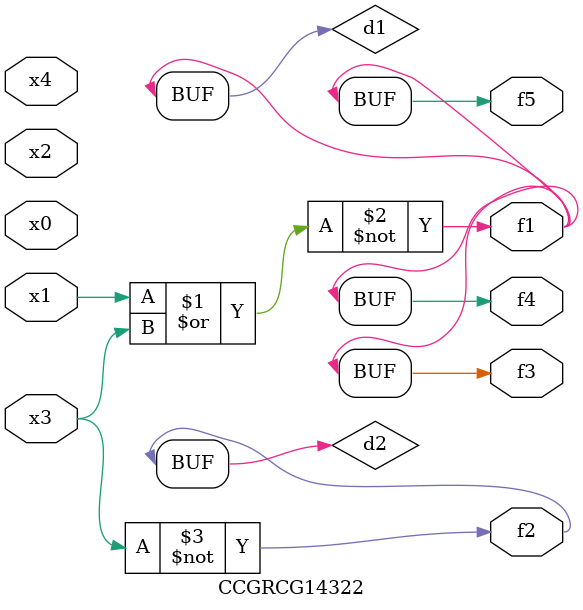
<source format=v>
module CCGRCG14322(
	input x0, x1, x2, x3, x4,
	output f1, f2, f3, f4, f5
);

	wire d1, d2;

	nor (d1, x1, x3);
	not (d2, x3);
	assign f1 = d1;
	assign f2 = d2;
	assign f3 = d1;
	assign f4 = d1;
	assign f5 = d1;
endmodule

</source>
